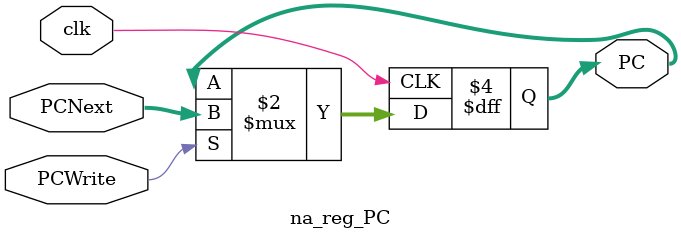
<source format=sv>
module na_reg_PC(
    input logic     clk,
    input logic     [31:0] PCNext,
    input logic     PCWrite,
    output logic    [31:0] PC
);
    always_ff@(posedge clk) begin
        if (PCWrite) begin
            PC <= PCNext;
        end
    end

endmodule

</source>
